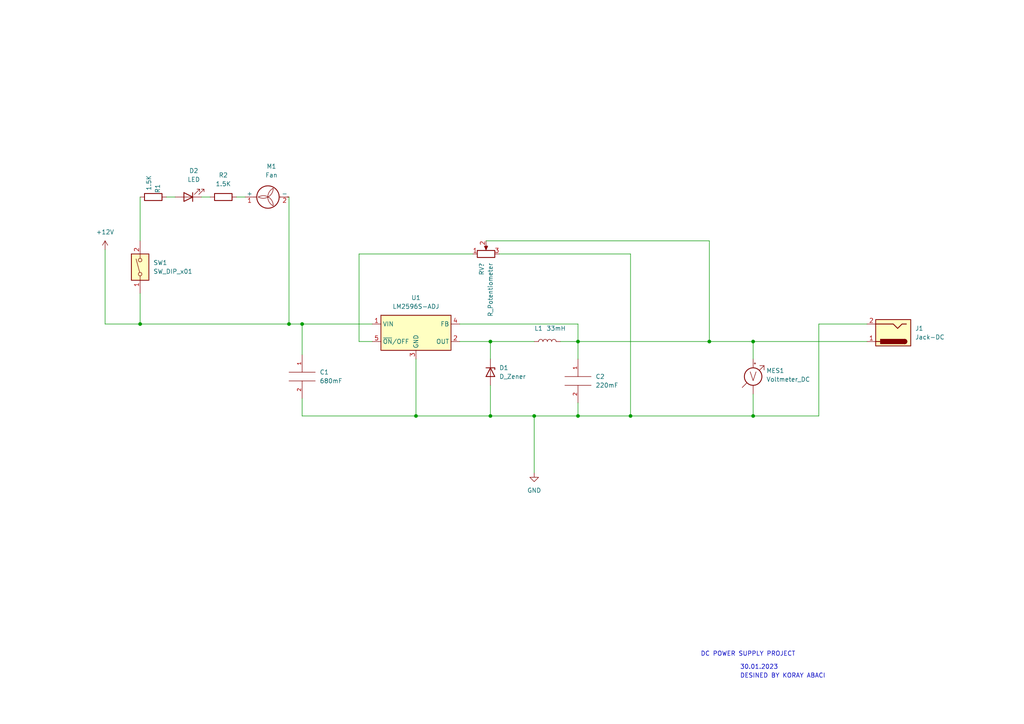
<source format=kicad_sch>
(kicad_sch (version 20211123) (generator eeschema)

  (uuid bb11810f-79b5-42fe-9dcb-dd292f6c20e5)

  (paper "A4")

  (lib_symbols
    (symbol "Connector:Jack-DC" (pin_names (offset 1.016)) (in_bom yes) (on_board yes)
      (property "Reference" "J" (id 0) (at 0 5.334 0)
        (effects (font (size 1.27 1.27)))
      )
      (property "Value" "Jack-DC" (id 1) (at 0 -5.08 0)
        (effects (font (size 1.27 1.27)))
      )
      (property "Footprint" "" (id 2) (at 1.27 -1.016 0)
        (effects (font (size 1.27 1.27)) hide)
      )
      (property "Datasheet" "~" (id 3) (at 1.27 -1.016 0)
        (effects (font (size 1.27 1.27)) hide)
      )
      (property "ki_keywords" "DC power barrel jack connector" (id 4) (at 0 0 0)
        (effects (font (size 1.27 1.27)) hide)
      )
      (property "ki_description" "DC Barrel Jack" (id 5) (at 0 0 0)
        (effects (font (size 1.27 1.27)) hide)
      )
      (property "ki_fp_filters" "BarrelJack*" (id 6) (at 0 0 0)
        (effects (font (size 1.27 1.27)) hide)
      )
      (symbol "Jack-DC_0_1"
        (rectangle (start -5.08 3.81) (end 5.08 -3.81)
          (stroke (width 0.254) (type default) (color 0 0 0 0))
          (fill (type background))
        )
        (arc (start -3.302 3.175) (mid -3.937 2.54) (end -3.302 1.905)
          (stroke (width 0.254) (type default) (color 0 0 0 0))
          (fill (type none))
        )
        (arc (start -3.302 3.175) (mid -3.937 2.54) (end -3.302 1.905)
          (stroke (width 0.254) (type default) (color 0 0 0 0))
          (fill (type outline))
        )
        (polyline
          (pts
            (xy 5.08 2.54)
            (xy 3.81 2.54)
          )
          (stroke (width 0.254) (type default) (color 0 0 0 0))
          (fill (type none))
        )
        (polyline
          (pts
            (xy -3.81 -2.54)
            (xy -2.54 -2.54)
            (xy -1.27 -1.27)
            (xy 0 -2.54)
            (xy 2.54 -2.54)
            (xy 5.08 -2.54)
          )
          (stroke (width 0.254) (type default) (color 0 0 0 0))
          (fill (type none))
        )
        (rectangle (start 3.683 3.175) (end -3.302 1.905)
          (stroke (width 0.254) (type default) (color 0 0 0 0))
          (fill (type outline))
        )
      )
      (symbol "Jack-DC_1_1"
        (pin passive line (at 7.62 2.54 180) (length 2.54)
          (name "~" (effects (font (size 1.27 1.27))))
          (number "1" (effects (font (size 1.27 1.27))))
        )
        (pin passive line (at 7.62 -2.54 180) (length 2.54)
          (name "~" (effects (font (size 1.27 1.27))))
          (number "2" (effects (font (size 1.27 1.27))))
        )
      )
    )
    (symbol "Device:D_Zener" (pin_numbers hide) (pin_names (offset 1.016) hide) (in_bom yes) (on_board yes)
      (property "Reference" "D" (id 0) (at 0 2.54 0)
        (effects (font (size 1.27 1.27)))
      )
      (property "Value" "D_Zener" (id 1) (at 0 -2.54 0)
        (effects (font (size 1.27 1.27)))
      )
      (property "Footprint" "" (id 2) (at 0 0 0)
        (effects (font (size 1.27 1.27)) hide)
      )
      (property "Datasheet" "~" (id 3) (at 0 0 0)
        (effects (font (size 1.27 1.27)) hide)
      )
      (property "ki_keywords" "diode" (id 4) (at 0 0 0)
        (effects (font (size 1.27 1.27)) hide)
      )
      (property "ki_description" "Zener diode" (id 5) (at 0 0 0)
        (effects (font (size 1.27 1.27)) hide)
      )
      (property "ki_fp_filters" "TO-???* *_Diode_* *SingleDiode* D_*" (id 6) (at 0 0 0)
        (effects (font (size 1.27 1.27)) hide)
      )
      (symbol "D_Zener_0_1"
        (polyline
          (pts
            (xy 1.27 0)
            (xy -1.27 0)
          )
          (stroke (width 0) (type default) (color 0 0 0 0))
          (fill (type none))
        )
        (polyline
          (pts
            (xy -1.27 -1.27)
            (xy -1.27 1.27)
            (xy -0.762 1.27)
          )
          (stroke (width 0.254) (type default) (color 0 0 0 0))
          (fill (type none))
        )
        (polyline
          (pts
            (xy 1.27 -1.27)
            (xy 1.27 1.27)
            (xy -1.27 0)
            (xy 1.27 -1.27)
          )
          (stroke (width 0.254) (type default) (color 0 0 0 0))
          (fill (type none))
        )
      )
      (symbol "D_Zener_1_1"
        (pin passive line (at -3.81 0 0) (length 2.54)
          (name "K" (effects (font (size 1.27 1.27))))
          (number "1" (effects (font (size 1.27 1.27))))
        )
        (pin passive line (at 3.81 0 180) (length 2.54)
          (name "A" (effects (font (size 1.27 1.27))))
          (number "2" (effects (font (size 1.27 1.27))))
        )
      )
    )
    (symbol "Device:L" (pin_numbers hide) (pin_names (offset 1.016) hide) (in_bom yes) (on_board yes)
      (property "Reference" "L" (id 0) (at -1.27 0 90)
        (effects (font (size 1.27 1.27)))
      )
      (property "Value" "L" (id 1) (at 1.905 0 90)
        (effects (font (size 1.27 1.27)))
      )
      (property "Footprint" "" (id 2) (at 0 0 0)
        (effects (font (size 1.27 1.27)) hide)
      )
      (property "Datasheet" "~" (id 3) (at 0 0 0)
        (effects (font (size 1.27 1.27)) hide)
      )
      (property "ki_keywords" "inductor choke coil reactor magnetic" (id 4) (at 0 0 0)
        (effects (font (size 1.27 1.27)) hide)
      )
      (property "ki_description" "Inductor" (id 5) (at 0 0 0)
        (effects (font (size 1.27 1.27)) hide)
      )
      (property "ki_fp_filters" "Choke_* *Coil* Inductor_* L_*" (id 6) (at 0 0 0)
        (effects (font (size 1.27 1.27)) hide)
      )
      (symbol "L_0_1"
        (arc (start 0 -2.54) (mid 0.635 -1.905) (end 0 -1.27)
          (stroke (width 0) (type default) (color 0 0 0 0))
          (fill (type none))
        )
        (arc (start 0 -1.27) (mid 0.635 -0.635) (end 0 0)
          (stroke (width 0) (type default) (color 0 0 0 0))
          (fill (type none))
        )
        (arc (start 0 0) (mid 0.635 0.635) (end 0 1.27)
          (stroke (width 0) (type default) (color 0 0 0 0))
          (fill (type none))
        )
        (arc (start 0 1.27) (mid 0.635 1.905) (end 0 2.54)
          (stroke (width 0) (type default) (color 0 0 0 0))
          (fill (type none))
        )
      )
      (symbol "L_1_1"
        (pin passive line (at 0 3.81 270) (length 1.27)
          (name "1" (effects (font (size 1.27 1.27))))
          (number "1" (effects (font (size 1.27 1.27))))
        )
        (pin passive line (at 0 -3.81 90) (length 1.27)
          (name "2" (effects (font (size 1.27 1.27))))
          (number "2" (effects (font (size 1.27 1.27))))
        )
      )
    )
    (symbol "Device:LED" (pin_numbers hide) (pin_names (offset 1.016) hide) (in_bom yes) (on_board yes)
      (property "Reference" "D" (id 0) (at 0 2.54 0)
        (effects (font (size 1.27 1.27)))
      )
      (property "Value" "LED" (id 1) (at 0 -2.54 0)
        (effects (font (size 1.27 1.27)))
      )
      (property "Footprint" "" (id 2) (at 0 0 0)
        (effects (font (size 1.27 1.27)) hide)
      )
      (property "Datasheet" "~" (id 3) (at 0 0 0)
        (effects (font (size 1.27 1.27)) hide)
      )
      (property "ki_keywords" "LED diode" (id 4) (at 0 0 0)
        (effects (font (size 1.27 1.27)) hide)
      )
      (property "ki_description" "Light emitting diode" (id 5) (at 0 0 0)
        (effects (font (size 1.27 1.27)) hide)
      )
      (property "ki_fp_filters" "LED* LED_SMD:* LED_THT:*" (id 6) (at 0 0 0)
        (effects (font (size 1.27 1.27)) hide)
      )
      (symbol "LED_0_1"
        (polyline
          (pts
            (xy -1.27 -1.27)
            (xy -1.27 1.27)
          )
          (stroke (width 0.254) (type default) (color 0 0 0 0))
          (fill (type none))
        )
        (polyline
          (pts
            (xy -1.27 0)
            (xy 1.27 0)
          )
          (stroke (width 0) (type default) (color 0 0 0 0))
          (fill (type none))
        )
        (polyline
          (pts
            (xy 1.27 -1.27)
            (xy 1.27 1.27)
            (xy -1.27 0)
            (xy 1.27 -1.27)
          )
          (stroke (width 0.254) (type default) (color 0 0 0 0))
          (fill (type none))
        )
        (polyline
          (pts
            (xy -3.048 -0.762)
            (xy -4.572 -2.286)
            (xy -3.81 -2.286)
            (xy -4.572 -2.286)
            (xy -4.572 -1.524)
          )
          (stroke (width 0) (type default) (color 0 0 0 0))
          (fill (type none))
        )
        (polyline
          (pts
            (xy -1.778 -0.762)
            (xy -3.302 -2.286)
            (xy -2.54 -2.286)
            (xy -3.302 -2.286)
            (xy -3.302 -1.524)
          )
          (stroke (width 0) (type default) (color 0 0 0 0))
          (fill (type none))
        )
      )
      (symbol "LED_1_1"
        (pin passive line (at -3.81 0 0) (length 2.54)
          (name "K" (effects (font (size 1.27 1.27))))
          (number "1" (effects (font (size 1.27 1.27))))
        )
        (pin passive line (at 3.81 0 180) (length 2.54)
          (name "A" (effects (font (size 1.27 1.27))))
          (number "2" (effects (font (size 1.27 1.27))))
        )
      )
    )
    (symbol "Device:R" (pin_numbers hide) (pin_names (offset 0)) (in_bom yes) (on_board yes)
      (property "Reference" "R" (id 0) (at 2.032 0 90)
        (effects (font (size 1.27 1.27)))
      )
      (property "Value" "R" (id 1) (at 0 0 90)
        (effects (font (size 1.27 1.27)))
      )
      (property "Footprint" "" (id 2) (at -1.778 0 90)
        (effects (font (size 1.27 1.27)) hide)
      )
      (property "Datasheet" "~" (id 3) (at 0 0 0)
        (effects (font (size 1.27 1.27)) hide)
      )
      (property "ki_keywords" "R res resistor" (id 4) (at 0 0 0)
        (effects (font (size 1.27 1.27)) hide)
      )
      (property "ki_description" "Resistor" (id 5) (at 0 0 0)
        (effects (font (size 1.27 1.27)) hide)
      )
      (property "ki_fp_filters" "R_*" (id 6) (at 0 0 0)
        (effects (font (size 1.27 1.27)) hide)
      )
      (symbol "R_0_1"
        (rectangle (start -1.016 -2.54) (end 1.016 2.54)
          (stroke (width 0.254) (type default) (color 0 0 0 0))
          (fill (type none))
        )
      )
      (symbol "R_1_1"
        (pin passive line (at 0 3.81 270) (length 1.27)
          (name "~" (effects (font (size 1.27 1.27))))
          (number "1" (effects (font (size 1.27 1.27))))
        )
        (pin passive line (at 0 -3.81 90) (length 1.27)
          (name "~" (effects (font (size 1.27 1.27))))
          (number "2" (effects (font (size 1.27 1.27))))
        )
      )
    )
    (symbol "Device:R_Potentiometer" (pin_names (offset 1.016) hide) (in_bom yes) (on_board yes)
      (property "Reference" "RV" (id 0) (at -4.445 0 90)
        (effects (font (size 1.27 1.27)))
      )
      (property "Value" "R_Potentiometer" (id 1) (at -2.54 0 90)
        (effects (font (size 1.27 1.27)))
      )
      (property "Footprint" "" (id 2) (at 0 0 0)
        (effects (font (size 1.27 1.27)) hide)
      )
      (property "Datasheet" "~" (id 3) (at 0 0 0)
        (effects (font (size 1.27 1.27)) hide)
      )
      (property "ki_keywords" "resistor variable" (id 4) (at 0 0 0)
        (effects (font (size 1.27 1.27)) hide)
      )
      (property "ki_description" "Potentiometer" (id 5) (at 0 0 0)
        (effects (font (size 1.27 1.27)) hide)
      )
      (property "ki_fp_filters" "Potentiometer*" (id 6) (at 0 0 0)
        (effects (font (size 1.27 1.27)) hide)
      )
      (symbol "R_Potentiometer_0_1"
        (polyline
          (pts
            (xy 2.54 0)
            (xy 1.524 0)
          )
          (stroke (width 0) (type default) (color 0 0 0 0))
          (fill (type none))
        )
        (polyline
          (pts
            (xy 1.143 0)
            (xy 2.286 0.508)
            (xy 2.286 -0.508)
            (xy 1.143 0)
          )
          (stroke (width 0) (type default) (color 0 0 0 0))
          (fill (type outline))
        )
        (rectangle (start 1.016 2.54) (end -1.016 -2.54)
          (stroke (width 0.254) (type default) (color 0 0 0 0))
          (fill (type none))
        )
      )
      (symbol "R_Potentiometer_1_1"
        (pin passive line (at 0 3.81 270) (length 1.27)
          (name "1" (effects (font (size 1.27 1.27))))
          (number "1" (effects (font (size 1.27 1.27))))
        )
        (pin passive line (at 3.81 0 180) (length 1.27)
          (name "2" (effects (font (size 1.27 1.27))))
          (number "2" (effects (font (size 1.27 1.27))))
        )
        (pin passive line (at 0 -3.81 90) (length 1.27)
          (name "3" (effects (font (size 1.27 1.27))))
          (number "3" (effects (font (size 1.27 1.27))))
        )
      )
    )
    (symbol "Device:Voltmeter_DC" (pin_numbers hide) (pin_names (offset 0.0254) hide) (in_bom yes) (on_board yes)
      (property "Reference" "MES" (id 0) (at -3.302 1.016 0)
        (effects (font (size 1.27 1.27)) (justify right))
      )
      (property "Value" "Voltmeter_DC" (id 1) (at -3.302 -0.762 0)
        (effects (font (size 1.27 1.27)) (justify right))
      )
      (property "Footprint" "" (id 2) (at 0 2.54 90)
        (effects (font (size 1.27 1.27)) hide)
      )
      (property "Datasheet" "~" (id 3) (at 0 2.54 90)
        (effects (font (size 1.27 1.27)) hide)
      )
      (property "ki_keywords" "voltmeter DC" (id 4) (at 0 0 0)
        (effects (font (size 1.27 1.27)) hide)
      )
      (property "ki_description" "DC voltmeter" (id 5) (at 0 0 0)
        (effects (font (size 1.27 1.27)) hide)
      )
      (symbol "Voltmeter_DC_0_0"
        (polyline
          (pts
            (xy -3.175 -3.175)
            (xy -1.905 -1.905)
          )
          (stroke (width 0) (type default) (color 0 0 0 0))
          (fill (type none))
        )
        (polyline
          (pts
            (xy 1.905 1.905)
            (xy 3.175 3.175)
          )
          (stroke (width 0) (type default) (color 0 0 0 0))
          (fill (type none))
        )
        (polyline
          (pts
            (xy 1.905 3.175)
            (xy 3.175 3.175)
            (xy 3.175 1.905)
          )
          (stroke (width 0) (type default) (color 0 0 0 0))
          (fill (type none))
        )
        (text "V" (at 0 0 0)
          (effects (font (size 2.54 2.54)))
        )
      )
      (symbol "Voltmeter_DC_0_1"
        (polyline
          (pts
            (xy 0.254 3.81)
            (xy 0.762 3.81)
          )
          (stroke (width 0) (type default) (color 0 0 0 0))
          (fill (type none))
        )
        (polyline
          (pts
            (xy 0.508 4.064)
            (xy 0.508 3.556)
          )
          (stroke (width 0) (type default) (color 0 0 0 0))
          (fill (type none))
        )
        (circle (center 0 0) (radius 2.54)
          (stroke (width 0.254) (type default) (color 0 0 0 0))
          (fill (type none))
        )
      )
      (symbol "Voltmeter_DC_1_1"
        (pin passive line (at 0 -5.08 90) (length 2.54)
          (name "-" (effects (font (size 1.27 1.27))))
          (number "1" (effects (font (size 1.27 1.27))))
        )
        (pin passive line (at 0 5.08 270) (length 2.54)
          (name "+" (effects (font (size 1.27 1.27))))
          (number "2" (effects (font (size 1.27 1.27))))
        )
      )
    )
    (symbol "Motor:Fan" (pin_names (offset 0)) (in_bom yes) (on_board yes)
      (property "Reference" "M" (id 0) (at 2.54 5.08 0)
        (effects (font (size 1.27 1.27)) (justify left))
      )
      (property "Value" "Fan" (id 1) (at 2.54 -2.54 0)
        (effects (font (size 1.27 1.27)) (justify left top))
      )
      (property "Footprint" "" (id 2) (at 0 0.254 0)
        (effects (font (size 1.27 1.27)) hide)
      )
      (property "Datasheet" "~" (id 3) (at 0 0.254 0)
        (effects (font (size 1.27 1.27)) hide)
      )
      (property "ki_keywords" "Fan Motor" (id 4) (at 0 0 0)
        (effects (font (size 1.27 1.27)) hide)
      )
      (property "ki_description" "Fan" (id 5) (at 0 0 0)
        (effects (font (size 1.27 1.27)) hide)
      )
      (property "ki_fp_filters" "PinHeader*P2.54mm* TerminalBlock*" (id 6) (at 0 0 0)
        (effects (font (size 1.27 1.27)) hide)
      )
      (symbol "Fan_0_1"
        (arc (start -2.54 -0.508) (mid 0.0028 0.9121) (end 0 3.81)
          (stroke (width 0) (type default) (color 0 0 0 0))
          (fill (type none))
        )
        (polyline
          (pts
            (xy 0 -5.08)
            (xy 0 -4.572)
          )
          (stroke (width 0) (type default) (color 0 0 0 0))
          (fill (type none))
        )
        (polyline
          (pts
            (xy 0 -2.2352)
            (xy 0 -2.6416)
          )
          (stroke (width 0) (type default) (color 0 0 0 0))
          (fill (type none))
        )
        (polyline
          (pts
            (xy 0 4.2672)
            (xy 0 4.6228)
          )
          (stroke (width 0) (type default) (color 0 0 0 0))
          (fill (type none))
        )
        (polyline
          (pts
            (xy 0 4.572)
            (xy 0 5.08)
          )
          (stroke (width 0) (type default) (color 0 0 0 0))
          (fill (type none))
        )
        (circle (center 0 1.016) (radius 3.2512)
          (stroke (width 0.254) (type default) (color 0 0 0 0))
          (fill (type none))
        )
        (arc (start 0 3.81) (mid 0.053 0.921) (end 2.54 -0.508)
          (stroke (width 0) (type default) (color 0 0 0 0))
          (fill (type none))
        )
        (arc (start 2.54 -0.508) (mid 0 1.0618) (end -2.54 -0.508)
          (stroke (width 0) (type default) (color 0 0 0 0))
          (fill (type none))
        )
      )
      (symbol "Fan_1_1"
        (pin passive line (at 0 7.62 270) (length 2.54)
          (name "+" (effects (font (size 1.27 1.27))))
          (number "1" (effects (font (size 1.27 1.27))))
        )
        (pin passive line (at 0 -5.08 90) (length 2.54)
          (name "-" (effects (font (size 1.27 1.27))))
          (number "2" (effects (font (size 1.27 1.27))))
        )
      )
    )
    (symbol "Regulator_Switching:LM2596S-ADJ" (in_bom yes) (on_board yes)
      (property "Reference" "U" (id 0) (at -10.16 6.35 0)
        (effects (font (size 1.27 1.27)) (justify left))
      )
      (property "Value" "LM2596S-ADJ" (id 1) (at 0 6.35 0)
        (effects (font (size 1.27 1.27)) (justify left))
      )
      (property "Footprint" "Package_TO_SOT_SMD:TO-263-5_TabPin3" (id 2) (at 1.27 -6.35 0)
        (effects (font (size 1.27 1.27) italic) (justify left) hide)
      )
      (property "Datasheet" "http://www.ti.com/lit/ds/symlink/lm2596.pdf" (id 3) (at 0 0 0)
        (effects (font (size 1.27 1.27)) hide)
      )
      (property "ki_keywords" "Step-Down Voltage Regulator Adjustable 3A" (id 4) (at 0 0 0)
        (effects (font (size 1.27 1.27)) hide)
      )
      (property "ki_description" "Adjustable 3A Step-Down Voltage Regulator, TO-263" (id 5) (at 0 0 0)
        (effects (font (size 1.27 1.27)) hide)
      )
      (property "ki_fp_filters" "TO?263*" (id 6) (at 0 0 0)
        (effects (font (size 1.27 1.27)) hide)
      )
      (symbol "LM2596S-ADJ_0_1"
        (rectangle (start -10.16 5.08) (end 10.16 -5.08)
          (stroke (width 0.254) (type default) (color 0 0 0 0))
          (fill (type background))
        )
      )
      (symbol "LM2596S-ADJ_1_1"
        (pin power_in line (at -12.7 2.54 0) (length 2.54)
          (name "VIN" (effects (font (size 1.27 1.27))))
          (number "1" (effects (font (size 1.27 1.27))))
        )
        (pin output line (at 12.7 -2.54 180) (length 2.54)
          (name "OUT" (effects (font (size 1.27 1.27))))
          (number "2" (effects (font (size 1.27 1.27))))
        )
        (pin power_in line (at 0 -7.62 90) (length 2.54)
          (name "GND" (effects (font (size 1.27 1.27))))
          (number "3" (effects (font (size 1.27 1.27))))
        )
        (pin input line (at 12.7 2.54 180) (length 2.54)
          (name "FB" (effects (font (size 1.27 1.27))))
          (number "4" (effects (font (size 1.27 1.27))))
        )
        (pin input line (at -12.7 -2.54 0) (length 2.54)
          (name "~{ON}/OFF" (effects (font (size 1.27 1.27))))
          (number "5" (effects (font (size 1.27 1.27))))
        )
      )
    )
    (symbol "Switch:SW_DIP_x01" (pin_names (offset 0) hide) (in_bom yes) (on_board yes)
      (property "Reference" "SW" (id 0) (at 0 3.81 0)
        (effects (font (size 1.27 1.27)))
      )
      (property "Value" "SW_DIP_x01" (id 1) (at 0 -3.81 0)
        (effects (font (size 1.27 1.27)))
      )
      (property "Footprint" "" (id 2) (at 0 0 0)
        (effects (font (size 1.27 1.27)) hide)
      )
      (property "Datasheet" "~" (id 3) (at 0 0 0)
        (effects (font (size 1.27 1.27)) hide)
      )
      (property "ki_keywords" "dip switch" (id 4) (at 0 0 0)
        (effects (font (size 1.27 1.27)) hide)
      )
      (property "ki_description" "1x DIP Switch, Single Pole Single Throw (SPST) switch, small symbol" (id 5) (at 0 0 0)
        (effects (font (size 1.27 1.27)) hide)
      )
      (property "ki_fp_filters" "SW?DIP?x1*" (id 6) (at 0 0 0)
        (effects (font (size 1.27 1.27)) hide)
      )
      (symbol "SW_DIP_x01_0_0"
        (circle (center -2.032 0) (radius 0.508)
          (stroke (width 0) (type default) (color 0 0 0 0))
          (fill (type none))
        )
        (polyline
          (pts
            (xy -1.524 0.127)
            (xy 2.3622 1.1684)
          )
          (stroke (width 0) (type default) (color 0 0 0 0))
          (fill (type none))
        )
        (circle (center 2.032 0) (radius 0.508)
          (stroke (width 0) (type default) (color 0 0 0 0))
          (fill (type none))
        )
      )
      (symbol "SW_DIP_x01_0_1"
        (rectangle (start -3.81 2.54) (end 3.81 -2.54)
          (stroke (width 0.254) (type default) (color 0 0 0 0))
          (fill (type background))
        )
      )
      (symbol "SW_DIP_x01_1_1"
        (pin passive line (at -7.62 0 0) (length 5.08)
          (name "~" (effects (font (size 1.27 1.27))))
          (number "1" (effects (font (size 1.27 1.27))))
        )
        (pin passive line (at 7.62 0 180) (length 5.08)
          (name "~" (effects (font (size 1.27 1.27))))
          (number "2" (effects (font (size 1.27 1.27))))
        )
      )
    )
    (symbol "power:+12V" (power) (pin_names (offset 0)) (in_bom yes) (on_board yes)
      (property "Reference" "#PWR" (id 0) (at 0 -3.81 0)
        (effects (font (size 1.27 1.27)) hide)
      )
      (property "Value" "+12V" (id 1) (at 0 3.556 0)
        (effects (font (size 1.27 1.27)))
      )
      (property "Footprint" "" (id 2) (at 0 0 0)
        (effects (font (size 1.27 1.27)) hide)
      )
      (property "Datasheet" "" (id 3) (at 0 0 0)
        (effects (font (size 1.27 1.27)) hide)
      )
      (property "ki_keywords" "global power" (id 4) (at 0 0 0)
        (effects (font (size 1.27 1.27)) hide)
      )
      (property "ki_description" "Power symbol creates a global label with name \"+12V\"" (id 5) (at 0 0 0)
        (effects (font (size 1.27 1.27)) hide)
      )
      (symbol "+12V_0_1"
        (polyline
          (pts
            (xy -0.762 1.27)
            (xy 0 2.54)
          )
          (stroke (width 0) (type default) (color 0 0 0 0))
          (fill (type none))
        )
        (polyline
          (pts
            (xy 0 0)
            (xy 0 2.54)
          )
          (stroke (width 0) (type default) (color 0 0 0 0))
          (fill (type none))
        )
        (polyline
          (pts
            (xy 0 2.54)
            (xy 0.762 1.27)
          )
          (stroke (width 0) (type default) (color 0 0 0 0))
          (fill (type none))
        )
      )
      (symbol "+12V_1_1"
        (pin power_in line (at 0 0 90) (length 0) hide
          (name "+12V" (effects (font (size 1.27 1.27))))
          (number "1" (effects (font (size 1.27 1.27))))
        )
      )
    )
    (symbol "power:GND" (power) (pin_names (offset 0)) (in_bom yes) (on_board yes)
      (property "Reference" "#PWR" (id 0) (at 0 -6.35 0)
        (effects (font (size 1.27 1.27)) hide)
      )
      (property "Value" "GND" (id 1) (at 0 -3.81 0)
        (effects (font (size 1.27 1.27)))
      )
      (property "Footprint" "" (id 2) (at 0 0 0)
        (effects (font (size 1.27 1.27)) hide)
      )
      (property "Datasheet" "" (id 3) (at 0 0 0)
        (effects (font (size 1.27 1.27)) hide)
      )
      (property "ki_keywords" "global power" (id 4) (at 0 0 0)
        (effects (font (size 1.27 1.27)) hide)
      )
      (property "ki_description" "Power symbol creates a global label with name \"GND\" , ground" (id 5) (at 0 0 0)
        (effects (font (size 1.27 1.27)) hide)
      )
      (symbol "GND_0_1"
        (polyline
          (pts
            (xy 0 0)
            (xy 0 -1.27)
            (xy 1.27 -1.27)
            (xy 0 -2.54)
            (xy -1.27 -1.27)
            (xy 0 -1.27)
          )
          (stroke (width 0) (type default) (color 0 0 0 0))
          (fill (type none))
        )
      )
      (symbol "GND_1_1"
        (pin power_in line (at 0 0 270) (length 0) hide
          (name "GND" (effects (font (size 1.27 1.27))))
          (number "1" (effects (font (size 1.27 1.27))))
        )
      )
    )
    (symbol "pspice:C" (pin_names (offset 0.254)) (in_bom yes) (on_board yes)
      (property "Reference" "C" (id 0) (at 2.54 3.81 90)
        (effects (font (size 1.27 1.27)))
      )
      (property "Value" "C" (id 1) (at 2.54 -3.81 90)
        (effects (font (size 1.27 1.27)))
      )
      (property "Footprint" "" (id 2) (at 0 0 0)
        (effects (font (size 1.27 1.27)) hide)
      )
      (property "Datasheet" "~" (id 3) (at 0 0 0)
        (effects (font (size 1.27 1.27)) hide)
      )
      (property "ki_keywords" "simulation" (id 4) (at 0 0 0)
        (effects (font (size 1.27 1.27)) hide)
      )
      (property "ki_description" "Capacitor symbol for simulation only" (id 5) (at 0 0 0)
        (effects (font (size 1.27 1.27)) hide)
      )
      (symbol "C_0_1"
        (polyline
          (pts
            (xy -3.81 -1.27)
            (xy 3.81 -1.27)
          )
          (stroke (width 0) (type default) (color 0 0 0 0))
          (fill (type none))
        )
        (polyline
          (pts
            (xy -3.81 1.27)
            (xy 3.81 1.27)
          )
          (stroke (width 0) (type default) (color 0 0 0 0))
          (fill (type none))
        )
      )
      (symbol "C_1_1"
        (pin passive line (at 0 6.35 270) (length 5.08)
          (name "~" (effects (font (size 1.016 1.016))))
          (number "1" (effects (font (size 1.016 1.016))))
        )
        (pin passive line (at 0 -6.35 90) (length 5.08)
          (name "~" (effects (font (size 1.016 1.016))))
          (number "2" (effects (font (size 1.016 1.016))))
        )
      )
    )
  )

  (junction (at 167.64 120.65) (diameter 0) (color 0 0 0 0)
    (uuid 046e0606-bc79-4a7d-9dbe-1cf4974e1bae)
  )
  (junction (at 87.63 93.98) (diameter 0) (color 0 0 0 0)
    (uuid 16704a28-94e4-4b60-be65-7924ddc53302)
  )
  (junction (at 167.64 99.06) (diameter 0) (color 0 0 0 0)
    (uuid 1799f6da-b831-4494-964e-6edb4ecf62b9)
  )
  (junction (at 218.44 120.65) (diameter 0) (color 0 0 0 0)
    (uuid 2a42d5e6-962b-46c1-86cf-a849e1c86dc5)
  )
  (junction (at 40.64 93.98) (diameter 0) (color 0 0 0 0)
    (uuid 2bed994e-aca5-4394-8ae0-8a5088670d5e)
  )
  (junction (at 120.65 120.65) (diameter 0) (color 0 0 0 0)
    (uuid 2fa057a8-ab02-4afb-bb15-e17c4d59d00c)
  )
  (junction (at 154.94 120.65) (diameter 0) (color 0 0 0 0)
    (uuid 3f408700-50de-4652-b561-7bcaffb0d238)
  )
  (junction (at 142.24 99.06) (diameter 0) (color 0 0 0 0)
    (uuid 4a7f15e3-a23f-4393-816f-ea6c95ab2b22)
  )
  (junction (at 142.24 120.65) (diameter 0) (color 0 0 0 0)
    (uuid 6c64dd3f-6ef4-441c-a465-590574c7f825)
  )
  (junction (at 205.74 99.06) (diameter 0) (color 0 0 0 0)
    (uuid 88d39b72-61ba-4273-9e68-b8c0e7c1757a)
  )
  (junction (at 83.82 93.98) (diameter 0) (color 0 0 0 0)
    (uuid c156826a-0a5d-4c8e-8bc4-4fa3a47e3f73)
  )
  (junction (at 182.88 120.65) (diameter 0) (color 0 0 0 0)
    (uuid c291eeea-c346-4828-b4ab-dc9c54db4618)
  )
  (junction (at 218.44 99.06) (diameter 0) (color 0 0 0 0)
    (uuid c617dd08-a657-4ee8-aacc-b1693c3d416b)
  )

  (wire (pts (xy 182.88 73.66) (xy 182.88 120.65))
    (stroke (width 0) (type default) (color 0 0 0 0))
    (uuid 02ce2103-61c0-4df0-994c-644960c70697)
  )
  (wire (pts (xy 87.63 115.57) (xy 87.63 120.65))
    (stroke (width 0) (type default) (color 0 0 0 0))
    (uuid 09607e31-da0a-4087-8874-80535e0ce1d5)
  )
  (wire (pts (xy 104.14 99.06) (xy 104.14 73.66))
    (stroke (width 0) (type default) (color 0 0 0 0))
    (uuid 0f4c463b-6218-4ec5-a21a-4d9f11c8cef5)
  )
  (wire (pts (xy 218.44 99.06) (xy 218.44 104.14))
    (stroke (width 0) (type default) (color 0 0 0 0))
    (uuid 121e3830-9eb2-49c6-8574-563a88581275)
  )
  (wire (pts (xy 142.24 111.76) (xy 142.24 120.65))
    (stroke (width 0) (type default) (color 0 0 0 0))
    (uuid 22a02431-d4ae-4251-a38a-f8e8e34bdb96)
  )
  (wire (pts (xy 237.49 120.65) (xy 218.44 120.65))
    (stroke (width 0) (type default) (color 0 0 0 0))
    (uuid 2a76cbc5-08a2-43fc-a650-2cae25fec9c1)
  )
  (wire (pts (xy 40.64 85.09) (xy 40.64 93.98))
    (stroke (width 0) (type default) (color 0 0 0 0))
    (uuid 2e2d8320-746e-4cb4-84fd-9f75a61b8790)
  )
  (wire (pts (xy 142.24 120.65) (xy 154.94 120.65))
    (stroke (width 0) (type default) (color 0 0 0 0))
    (uuid 33278d77-c8bf-4e57-a6f2-67c18b4d76ec)
  )
  (wire (pts (xy 68.58 57.15) (xy 71.12 57.15))
    (stroke (width 0) (type default) (color 0 0 0 0))
    (uuid 474fb0ba-759b-4b5a-bd13-775f8236e268)
  )
  (wire (pts (xy 142.24 99.06) (xy 154.94 99.06))
    (stroke (width 0) (type default) (color 0 0 0 0))
    (uuid 4892f8f1-0e21-4cb0-846d-9ad8b2248058)
  )
  (wire (pts (xy 83.82 57.15) (xy 83.82 93.98))
    (stroke (width 0) (type default) (color 0 0 0 0))
    (uuid 55e09e25-5c40-4716-8df1-5c5467f55ba3)
  )
  (wire (pts (xy 162.56 99.06) (xy 167.64 99.06))
    (stroke (width 0) (type default) (color 0 0 0 0))
    (uuid 57e590a2-cbb3-4e73-84fa-2275fb7e087f)
  )
  (wire (pts (xy 142.24 99.06) (xy 142.24 104.14))
    (stroke (width 0) (type default) (color 0 0 0 0))
    (uuid 5ac403e3-7e1b-47d6-a720-9f76c2424a8a)
  )
  (wire (pts (xy 87.63 120.65) (xy 120.65 120.65))
    (stroke (width 0) (type default) (color 0 0 0 0))
    (uuid 5f1ae70e-5de9-4918-9370-c545e15f03f9)
  )
  (wire (pts (xy 140.97 69.85) (xy 205.74 69.85))
    (stroke (width 0) (type default) (color 0 0 0 0))
    (uuid 63bbfdd5-3ad2-43a6-996f-298186b79004)
  )
  (wire (pts (xy 58.42 57.15) (xy 60.96 57.15))
    (stroke (width 0) (type default) (color 0 0 0 0))
    (uuid 71835d74-e27d-4c05-af70-5b6e8356c839)
  )
  (wire (pts (xy 154.94 120.65) (xy 167.64 120.65))
    (stroke (width 0) (type default) (color 0 0 0 0))
    (uuid 744abaa1-7491-4ef0-af64-767a691dcb1e)
  )
  (wire (pts (xy 87.63 93.98) (xy 107.95 93.98))
    (stroke (width 0) (type default) (color 0 0 0 0))
    (uuid 7d649c0c-2f5e-44f6-b597-6b4b9ffa4d69)
  )
  (wire (pts (xy 205.74 69.85) (xy 205.74 99.06))
    (stroke (width 0) (type default) (color 0 0 0 0))
    (uuid 7f30288a-e5a7-475b-97b0-175cc06f6cf8)
  )
  (wire (pts (xy 120.65 120.65) (xy 142.24 120.65))
    (stroke (width 0) (type default) (color 0 0 0 0))
    (uuid 8374eb52-66ca-4529-9b31-7401ad092eac)
  )
  (wire (pts (xy 154.94 120.65) (xy 154.94 137.16))
    (stroke (width 0) (type default) (color 0 0 0 0))
    (uuid 837cc8f7-a82c-42d9-83e2-b2186de6cbb4)
  )
  (wire (pts (xy 104.14 73.66) (xy 137.16 73.66))
    (stroke (width 0) (type default) (color 0 0 0 0))
    (uuid 8482f556-ee74-4bfd-8a76-cd43162a60a6)
  )
  (wire (pts (xy 30.48 72.39) (xy 30.48 93.98))
    (stroke (width 0) (type default) (color 0 0 0 0))
    (uuid 878f467a-bc58-4abe-a857-1dc0f95c0cd9)
  )
  (wire (pts (xy 87.63 93.98) (xy 87.63 102.87))
    (stroke (width 0) (type default) (color 0 0 0 0))
    (uuid 8b639d37-c1eb-4cc6-b80b-778f0b944cca)
  )
  (wire (pts (xy 167.64 99.06) (xy 167.64 104.14))
    (stroke (width 0) (type default) (color 0 0 0 0))
    (uuid 8deba3d3-ceff-47d8-843a-d4d4c6c8142b)
  )
  (wire (pts (xy 218.44 99.06) (xy 251.46 99.06))
    (stroke (width 0) (type default) (color 0 0 0 0))
    (uuid 91d7f84d-2eaa-4e81-a4d1-906d8d882792)
  )
  (wire (pts (xy 144.78 73.66) (xy 182.88 73.66))
    (stroke (width 0) (type default) (color 0 0 0 0))
    (uuid 96073a06-a3c8-47f9-8ea3-3168c7c72169)
  )
  (wire (pts (xy 251.46 93.98) (xy 237.49 93.98))
    (stroke (width 0) (type default) (color 0 0 0 0))
    (uuid a20059b3-9714-4245-a87d-023af00f4b90)
  )
  (wire (pts (xy 167.64 93.98) (xy 167.64 99.06))
    (stroke (width 0) (type default) (color 0 0 0 0))
    (uuid a9c82f39-0302-4b0c-b9ab-d49a2b4dc8ef)
  )
  (wire (pts (xy 167.64 116.84) (xy 167.64 120.65))
    (stroke (width 0) (type default) (color 0 0 0 0))
    (uuid bdde1705-c433-4ab3-8a11-eb86b1dd1557)
  )
  (wire (pts (xy 205.74 99.06) (xy 218.44 99.06))
    (stroke (width 0) (type default) (color 0 0 0 0))
    (uuid bf674fc6-76e3-4600-9cc9-501df0a02ee9)
  )
  (wire (pts (xy 40.64 57.15) (xy 40.64 69.85))
    (stroke (width 0) (type default) (color 0 0 0 0))
    (uuid c163012a-a6ac-4f33-95d3-b69257c8d4bd)
  )
  (wire (pts (xy 133.35 93.98) (xy 167.64 93.98))
    (stroke (width 0) (type default) (color 0 0 0 0))
    (uuid c1901ade-511b-4448-9290-1bf5c88a0309)
  )
  (wire (pts (xy 120.65 104.14) (xy 120.65 120.65))
    (stroke (width 0) (type default) (color 0 0 0 0))
    (uuid c5f323b0-e973-4d53-a011-131afa3e991f)
  )
  (wire (pts (xy 48.26 57.15) (xy 50.8 57.15))
    (stroke (width 0) (type default) (color 0 0 0 0))
    (uuid ca49c4b2-c311-4629-9caf-6b26aa0d1f83)
  )
  (wire (pts (xy 167.64 99.06) (xy 205.74 99.06))
    (stroke (width 0) (type default) (color 0 0 0 0))
    (uuid d488c8fa-bb78-4db5-9c3a-3867e4030340)
  )
  (wire (pts (xy 237.49 93.98) (xy 237.49 120.65))
    (stroke (width 0) (type default) (color 0 0 0 0))
    (uuid dbe7165f-4273-47af-96c4-e5ddf603c2ea)
  )
  (wire (pts (xy 182.88 120.65) (xy 218.44 120.65))
    (stroke (width 0) (type default) (color 0 0 0 0))
    (uuid dda876ea-428d-41dc-ae07-a67272901df7)
  )
  (wire (pts (xy 167.64 120.65) (xy 182.88 120.65))
    (stroke (width 0) (type default) (color 0 0 0 0))
    (uuid e14cb503-dbf7-487a-9651-0ffbf3426057)
  )
  (wire (pts (xy 30.48 93.98) (xy 40.64 93.98))
    (stroke (width 0) (type default) (color 0 0 0 0))
    (uuid e324e5c1-771a-4034-ada5-6f413eb74c45)
  )
  (wire (pts (xy 107.95 99.06) (xy 104.14 99.06))
    (stroke (width 0) (type default) (color 0 0 0 0))
    (uuid e65f83bd-f25f-4108-a71b-1feb51d3ad2a)
  )
  (wire (pts (xy 40.64 93.98) (xy 83.82 93.98))
    (stroke (width 0) (type default) (color 0 0 0 0))
    (uuid ed1295c1-2687-430e-aa05-191a8da731b2)
  )
  (wire (pts (xy 218.44 114.3) (xy 218.44 120.65))
    (stroke (width 0) (type default) (color 0 0 0 0))
    (uuid ef39357c-fe46-471c-94de-340cb2d64023)
  )
  (wire (pts (xy 83.82 93.98) (xy 87.63 93.98))
    (stroke (width 0) (type default) (color 0 0 0 0))
    (uuid f5164ef2-c956-4253-87c2-58d0e09cf59a)
  )
  (wire (pts (xy 133.35 99.06) (xy 142.24 99.06))
    (stroke (width 0) (type default) (color 0 0 0 0))
    (uuid f7b985f4-1735-47b8-b62b-ade6bac05d20)
  )

  (text "DC POWER SUPPLY PROJECT" (at 203.2 190.5 0)
    (effects (font (size 1.27 1.27)) (justify left bottom))
    (uuid 37c8614f-a2fe-4b8c-afa7-9c494fa265dc)
  )
  (text "DESINED BY KORAY ABACI" (at 214.63 196.85 0)
    (effects (font (size 1.27 1.27)) (justify left bottom))
    (uuid 8c6d8bbf-3867-44f2-94b0-6115f8ea1565)
  )
  (text "30.01.2023" (at 214.63 194.31 0)
    (effects (font (size 1.27 1.27)) (justify left bottom))
    (uuid d8def82f-57ba-4e86-ae4f-dff6df1bf80a)
  )

  (symbol (lib_id "Device:LED") (at 54.61 57.15 180) (unit 1)
    (in_bom yes) (on_board yes) (fields_autoplaced)
    (uuid 0e0bd1ab-641f-4802-be9c-3823058d7fbd)
    (property "Reference" "D2" (id 0) (at 56.1975 49.53 0))
    (property "Value" "LED" (id 1) (at 56.1975 52.07 0))
    (property "Footprint" "" (id 2) (at 54.61 57.15 0)
      (effects (font (size 1.27 1.27)) hide)
    )
    (property "Datasheet" "~" (id 3) (at 54.61 57.15 0)
      (effects (font (size 1.27 1.27)) hide)
    )
    (pin "1" (uuid 9c594170-77d6-4e4e-9370-d7a85b781db9))
    (pin "2" (uuid c247521a-55e9-4cfc-9a02-ea2c85fba0f9))
  )

  (symbol (lib_id "Device:R") (at 44.45 57.15 90) (unit 1)
    (in_bom yes) (on_board yes)
    (uuid 22dbc6d0-e189-4911-aed5-0fb7e9bac93c)
    (property "Reference" "R1" (id 0) (at 45.72 53.34 0)
      (effects (font (size 1.27 1.27)) (justify right))
    )
    (property "Value" "1.5K" (id 1) (at 43.18 50.8 0)
      (effects (font (size 1.27 1.27)) (justify right))
    )
    (property "Footprint" "" (id 2) (at 44.45 58.928 90)
      (effects (font (size 1.27 1.27)) hide)
    )
    (property "Datasheet" "~" (id 3) (at 44.45 57.15 0)
      (effects (font (size 1.27 1.27)) hide)
    )
    (pin "1" (uuid 9897ab7b-4b64-4f6a-aa02-fc7865a14439))
    (pin "2" (uuid 23f19d62-efc0-4ea5-83a2-6cec7a29f48c))
  )

  (symbol (lib_id "Device:R") (at 64.77 57.15 90) (unit 1)
    (in_bom yes) (on_board yes) (fields_autoplaced)
    (uuid 24559696-5b1c-4c66-ad0f-161d2df45242)
    (property "Reference" "R2" (id 0) (at 64.77 50.8 90))
    (property "Value" "1.5K" (id 1) (at 64.77 53.34 90))
    (property "Footprint" "" (id 2) (at 64.77 58.928 90)
      (effects (font (size 1.27 1.27)) hide)
    )
    (property "Datasheet" "~" (id 3) (at 64.77 57.15 0)
      (effects (font (size 1.27 1.27)) hide)
    )
    (pin "1" (uuid e21f3542-057f-48fb-a88c-6981f707fc27))
    (pin "2" (uuid 6927e896-1b4a-4718-9e31-46e360943297))
  )

  (symbol (lib_id "pspice:C") (at 167.64 110.49 0) (unit 1)
    (in_bom yes) (on_board yes) (fields_autoplaced)
    (uuid 4cc66695-821c-4fd2-ab93-4ba99f52e155)
    (property "Reference" "C2" (id 0) (at 172.72 109.2199 0)
      (effects (font (size 1.27 1.27)) (justify left))
    )
    (property "Value" "220mF" (id 1) (at 172.72 111.7599 0)
      (effects (font (size 1.27 1.27)) (justify left))
    )
    (property "Footprint" "" (id 2) (at 167.64 110.49 0)
      (effects (font (size 1.27 1.27)) hide)
    )
    (property "Datasheet" "~" (id 3) (at 167.64 110.49 0)
      (effects (font (size 1.27 1.27)) hide)
    )
    (pin "1" (uuid 99a5037f-f22e-4864-8435-5b7be941e833))
    (pin "2" (uuid c37311e0-1bda-44d1-ad7f-aef954b3d7f1))
  )

  (symbol (lib_id "Connector:Jack-DC") (at 259.08 96.52 180) (unit 1)
    (in_bom yes) (on_board yes) (fields_autoplaced)
    (uuid 5564bf4c-523e-44ac-9727-874b4358ec4d)
    (property "Reference" "J1" (id 0) (at 265.43 95.2499 0)
      (effects (font (size 1.27 1.27)) (justify right))
    )
    (property "Value" "Jack-DC" (id 1) (at 265.43 97.7899 0)
      (effects (font (size 1.27 1.27)) (justify right))
    )
    (property "Footprint" "" (id 2) (at 257.81 95.504 0)
      (effects (font (size 1.27 1.27)) hide)
    )
    (property "Datasheet" "~" (id 3) (at 257.81 95.504 0)
      (effects (font (size 1.27 1.27)) hide)
    )
    (pin "1" (uuid 6689e1f8-7dd7-4a04-9b54-d90f808ff420))
    (pin "2" (uuid 1edc65a2-56fc-4678-9006-dfe30bcf8abf))
  )

  (symbol (lib_id "Regulator_Switching:LM2596S-ADJ") (at 120.65 96.52 0) (unit 1)
    (in_bom yes) (on_board yes) (fields_autoplaced)
    (uuid 5ab67565-8841-40a7-84e6-61caf6109649)
    (property "Reference" "U1" (id 0) (at 120.65 86.36 0))
    (property "Value" "LM2596S-ADJ" (id 1) (at 120.65 88.9 0))
    (property "Footprint" "Package_TO_SOT_SMD:TO-263-5_TabPin3" (id 2) (at 121.92 102.87 0)
      (effects (font (size 1.27 1.27) italic) (justify left) hide)
    )
    (property "Datasheet" "http://www.ti.com/lit/ds/symlink/lm2596.pdf" (id 3) (at 120.65 96.52 0)
      (effects (font (size 1.27 1.27)) hide)
    )
    (pin "1" (uuid bcc565b9-9243-4302-a195-4e4a5967be40))
    (pin "2" (uuid 37409a63-80f4-487a-8a45-47ecf8602dac))
    (pin "3" (uuid d5203d5a-5c69-452e-80b4-3036fd28e414))
    (pin "4" (uuid 22177e5c-834f-4bf8-bf21-aedcea7cd5f9))
    (pin "5" (uuid 71125eb8-36b4-4916-b8e1-4a8163b1b6e6))
  )

  (symbol (lib_id "power:GND") (at 154.94 137.16 0) (unit 1)
    (in_bom yes) (on_board yes) (fields_autoplaced)
    (uuid aeb4c567-ec80-4fe1-8088-03c3cde241e0)
    (property "Reference" "#PWR?" (id 0) (at 154.94 143.51 0)
      (effects (font (size 1.27 1.27)) hide)
    )
    (property "Value" "GND" (id 1) (at 154.94 142.24 0))
    (property "Footprint" "" (id 2) (at 154.94 137.16 0)
      (effects (font (size 1.27 1.27)) hide)
    )
    (property "Datasheet" "" (id 3) (at 154.94 137.16 0)
      (effects (font (size 1.27 1.27)) hide)
    )
    (pin "1" (uuid 842116d0-447c-4185-b3ee-47ad74584ffb))
  )

  (symbol (lib_id "Device:L") (at 158.75 99.06 90) (unit 1)
    (in_bom yes) (on_board yes)
    (uuid b1433552-afff-444b-8cbe-9311353bba77)
    (property "Reference" "L1" (id 0) (at 156.21 95.25 90))
    (property "Value" "33mH" (id 1) (at 161.29 95.25 90))
    (property "Footprint" "" (id 2) (at 158.75 99.06 0)
      (effects (font (size 1.27 1.27)) hide)
    )
    (property "Datasheet" "~" (id 3) (at 158.75 99.06 0)
      (effects (font (size 1.27 1.27)) hide)
    )
    (pin "1" (uuid 929fb3ec-1bd4-49f9-ac1f-b1a7a216eda2))
    (pin "2" (uuid af8acd26-d541-4fba-b100-fa3d342bdce7))
  )

  (symbol (lib_id "Device:Voltmeter_DC") (at 218.44 109.22 0) (unit 1)
    (in_bom yes) (on_board yes) (fields_autoplaced)
    (uuid b61b0f82-8176-4bb7-8269-8206a1bdadaf)
    (property "Reference" "MES1" (id 0) (at 222.25 107.5054 0)
      (effects (font (size 1.27 1.27)) (justify left))
    )
    (property "Value" "Voltmeter_DC" (id 1) (at 222.25 110.0454 0)
      (effects (font (size 1.27 1.27)) (justify left))
    )
    (property "Footprint" "" (id 2) (at 218.44 106.68 90)
      (effects (font (size 1.27 1.27)) hide)
    )
    (property "Datasheet" "~" (id 3) (at 218.44 106.68 90)
      (effects (font (size 1.27 1.27)) hide)
    )
    (pin "1" (uuid acc2430d-b87c-40cd-8a79-588bd2d6227a))
    (pin "2" (uuid 7016f80c-99b5-495f-b9fb-51eadd23e452))
  )

  (symbol (lib_id "Device:D_Zener") (at 142.24 107.95 270) (unit 1)
    (in_bom yes) (on_board yes) (fields_autoplaced)
    (uuid c6044b1c-7b4f-49ba-8037-5b8e6c5ae1a0)
    (property "Reference" "D1" (id 0) (at 144.78 106.6799 90)
      (effects (font (size 1.27 1.27)) (justify left))
    )
    (property "Value" "D_Zener" (id 1) (at 144.78 109.2199 90)
      (effects (font (size 1.27 1.27)) (justify left))
    )
    (property "Footprint" "" (id 2) (at 142.24 107.95 0)
      (effects (font (size 1.27 1.27)) hide)
    )
    (property "Datasheet" "~" (id 3) (at 142.24 107.95 0)
      (effects (font (size 1.27 1.27)) hide)
    )
    (pin "1" (uuid 70ad69cd-9ce4-4dc8-b522-23957d44b713))
    (pin "2" (uuid 75e5f978-75e5-4649-9e53-6afaa3f25869))
  )

  (symbol (lib_id "Device:R_Potentiometer") (at 140.97 73.66 90) (unit 1)
    (in_bom yes) (on_board yes) (fields_autoplaced)
    (uuid d795427f-8196-4862-9a6f-ac5180efd676)
    (property "Reference" "RV?" (id 0) (at 139.6999 76.2 0)
      (effects (font (size 1.27 1.27)) (justify right))
    )
    (property "Value" "R_Potentiometer" (id 1) (at 142.2399 76.2 0)
      (effects (font (size 1.27 1.27)) (justify right))
    )
    (property "Footprint" "" (id 2) (at 140.97 73.66 0)
      (effects (font (size 1.27 1.27)) hide)
    )
    (property "Datasheet" "~" (id 3) (at 140.97 73.66 0)
      (effects (font (size 1.27 1.27)) hide)
    )
    (pin "1" (uuid d1d197fc-430b-439c-8dd1-38b6cc732c42))
    (pin "2" (uuid 1d04fc50-165f-45a6-8401-1317d5ba7ee4))
    (pin "3" (uuid 98badfb5-4b55-4342-9a1f-52824467146a))
  )

  (symbol (lib_id "Switch:SW_DIP_x01") (at 40.64 77.47 90) (unit 1)
    (in_bom yes) (on_board yes) (fields_autoplaced)
    (uuid de218776-f040-41ed-b65a-f5ec5d4e5f73)
    (property "Reference" "SW1" (id 0) (at 44.45 76.1999 90)
      (effects (font (size 1.27 1.27)) (justify right))
    )
    (property "Value" "SW_DIP_x01" (id 1) (at 44.45 78.7399 90)
      (effects (font (size 1.27 1.27)) (justify right))
    )
    (property "Footprint" "" (id 2) (at 40.64 77.47 0)
      (effects (font (size 1.27 1.27)) hide)
    )
    (property "Datasheet" "~" (id 3) (at 40.64 77.47 0)
      (effects (font (size 1.27 1.27)) hide)
    )
    (pin "1" (uuid e545f0bd-e2a0-4a59-ba37-2b971efec89a))
    (pin "2" (uuid 888832e7-7978-47cc-bbbc-0f530c3afa89))
  )

  (symbol (lib_id "pspice:C") (at 87.63 109.22 0) (unit 1)
    (in_bom yes) (on_board yes) (fields_autoplaced)
    (uuid e425aa12-8c75-48be-a501-3fc15691631a)
    (property "Reference" "C1" (id 0) (at 92.71 107.9499 0)
      (effects (font (size 1.27 1.27)) (justify left))
    )
    (property "Value" "680mF" (id 1) (at 92.71 110.4899 0)
      (effects (font (size 1.27 1.27)) (justify left))
    )
    (property "Footprint" "" (id 2) (at 87.63 109.22 0)
      (effects (font (size 1.27 1.27)) hide)
    )
    (property "Datasheet" "~" (id 3) (at 87.63 109.22 0)
      (effects (font (size 1.27 1.27)) hide)
    )
    (pin "1" (uuid 343f3a57-5c5f-4014-aead-54cecb3dd7d1))
    (pin "2" (uuid 78cf1eff-7a75-4bf1-981f-e995c62c3709))
  )

  (symbol (lib_id "Motor:Fan") (at 78.74 57.15 90) (unit 1)
    (in_bom yes) (on_board yes) (fields_autoplaced)
    (uuid f06c04d8-aafd-4d50-bd6b-412346121504)
    (property "Reference" "M1" (id 0) (at 78.74 48.26 90))
    (property "Value" "Fan" (id 1) (at 78.74 50.8 90))
    (property "Footprint" "" (id 2) (at 78.486 57.15 0)
      (effects (font (size 1.27 1.27)) hide)
    )
    (property "Datasheet" "~" (id 3) (at 78.486 57.15 0)
      (effects (font (size 1.27 1.27)) hide)
    )
    (pin "1" (uuid dea591a9-6f90-48df-9400-b66b24895665))
    (pin "2" (uuid bcaf5096-6123-466a-9cca-335cd5d5e572))
  )

  (symbol (lib_id "power:+12V") (at 30.48 72.39 0) (unit 1)
    (in_bom yes) (on_board yes) (fields_autoplaced)
    (uuid fb7e5e2b-5ad1-477c-9f41-c4a930abc346)
    (property "Reference" "#PWR?" (id 0) (at 30.48 76.2 0)
      (effects (font (size 1.27 1.27)) hide)
    )
    (property "Value" "+12V" (id 1) (at 30.48 67.31 0))
    (property "Footprint" "" (id 2) (at 30.48 72.39 0)
      (effects (font (size 1.27 1.27)) hide)
    )
    (property "Datasheet" "" (id 3) (at 30.48 72.39 0)
      (effects (font (size 1.27 1.27)) hide)
    )
    (pin "1" (uuid da4f257e-aa4e-4e69-9f3f-16e022e28de1))
  )

  (sheet_instances
    (path "/" (page "1"))
  )

  (symbol_instances
    (path "/aeb4c567-ec80-4fe1-8088-03c3cde241e0"
      (reference "#PWR?") (unit 1) (value "GND") (footprint "")
    )
    (path "/fb7e5e2b-5ad1-477c-9f41-c4a930abc346"
      (reference "#PWR?") (unit 1) (value "+12V") (footprint "")
    )
    (path "/e425aa12-8c75-48be-a501-3fc15691631a"
      (reference "C1") (unit 1) (value "680mF") (footprint "")
    )
    (path "/4cc66695-821c-4fd2-ab93-4ba99f52e155"
      (reference "C2") (unit 1) (value "220mF") (footprint "")
    )
    (path "/c6044b1c-7b4f-49ba-8037-5b8e6c5ae1a0"
      (reference "D1") (unit 1) (value "D_Zener") (footprint "")
    )
    (path "/0e0bd1ab-641f-4802-be9c-3823058d7fbd"
      (reference "D2") (unit 1) (value "LED") (footprint "")
    )
    (path "/5564bf4c-523e-44ac-9727-874b4358ec4d"
      (reference "J1") (unit 1) (value "Jack-DC") (footprint "")
    )
    (path "/b1433552-afff-444b-8cbe-9311353bba77"
      (reference "L1") (unit 1) (value "33mH") (footprint "")
    )
    (path "/f06c04d8-aafd-4d50-bd6b-412346121504"
      (reference "M1") (unit 1) (value "Fan") (footprint "")
    )
    (path "/b61b0f82-8176-4bb7-8269-8206a1bdadaf"
      (reference "MES1") (unit 1) (value "Voltmeter_DC") (footprint "")
    )
    (path "/22dbc6d0-e189-4911-aed5-0fb7e9bac93c"
      (reference "R1") (unit 1) (value "1.5K") (footprint "")
    )
    (path "/24559696-5b1c-4c66-ad0f-161d2df45242"
      (reference "R2") (unit 1) (value "1.5K") (footprint "")
    )
    (path "/d795427f-8196-4862-9a6f-ac5180efd676"
      (reference "RV?") (unit 1) (value "R_Potentiometer") (footprint "")
    )
    (path "/de218776-f040-41ed-b65a-f5ec5d4e5f73"
      (reference "SW1") (unit 1) (value "SW_DIP_x01") (footprint "")
    )
    (path "/5ab67565-8841-40a7-84e6-61caf6109649"
      (reference "U1") (unit 1) (value "LM2596S-ADJ") (footprint "Package_TO_SOT_SMD:TO-263-5_TabPin3")
    )
  )
)

</source>
